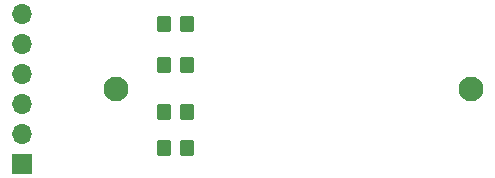
<source format=gbr>
%TF.GenerationSoftware,KiCad,Pcbnew,7.0.7*%
%TF.CreationDate,2023-09-05T11:40:51+02:00*%
%TF.ProjectId,tle5010-11_pcb,746c6535-3031-4302-9d31-315f7063622e,rev?*%
%TF.SameCoordinates,Original*%
%TF.FileFunction,Soldermask,Bot*%
%TF.FilePolarity,Negative*%
%FSLAX46Y46*%
G04 Gerber Fmt 4.6, Leading zero omitted, Abs format (unit mm)*
G04 Created by KiCad (PCBNEW 7.0.7) date 2023-09-05 11:40:51*
%MOMM*%
%LPD*%
G01*
G04 APERTURE LIST*
G04 Aperture macros list*
%AMRoundRect*
0 Rectangle with rounded corners*
0 $1 Rounding radius*
0 $2 $3 $4 $5 $6 $7 $8 $9 X,Y pos of 4 corners*
0 Add a 4 corners polygon primitive as box body*
4,1,4,$2,$3,$4,$5,$6,$7,$8,$9,$2,$3,0*
0 Add four circle primitives for the rounded corners*
1,1,$1+$1,$2,$3*
1,1,$1+$1,$4,$5*
1,1,$1+$1,$6,$7*
1,1,$1+$1,$8,$9*
0 Add four rect primitives between the rounded corners*
20,1,$1+$1,$2,$3,$4,$5,0*
20,1,$1+$1,$4,$5,$6,$7,0*
20,1,$1+$1,$6,$7,$8,$9,0*
20,1,$1+$1,$8,$9,$2,$3,0*%
G04 Aperture macros list end*
%ADD10C,2.100000*%
%ADD11RoundRect,0.250000X-0.350000X-0.450000X0.350000X-0.450000X0.350000X0.450000X-0.350000X0.450000X0*%
%ADD12R,1.700000X1.700000*%
%ADD13O,1.700000X1.700000*%
G04 APERTURE END LIST*
D10*
%TO.C,REF\u002A\u002A*%
X40000000Y-30000000D03*
%TD*%
%TO.C,REF\u002A\u002A*%
X70000000Y-30000000D03*
%TD*%
D11*
%TO.C,R1*%
X44000000Y-35000000D03*
X46000000Y-35000000D03*
%TD*%
D12*
%TO.C,J1*%
X32000000Y-36350000D03*
D13*
X32000000Y-33810000D03*
X32000000Y-31270000D03*
X32000000Y-28730000D03*
X32000000Y-26190000D03*
X32000000Y-23650000D03*
%TD*%
D11*
%TO.C,R3*%
X44000000Y-28000000D03*
X46000000Y-28000000D03*
%TD*%
%TO.C,R4*%
X44000000Y-24500000D03*
X46000000Y-24500000D03*
%TD*%
%TO.C,R2*%
X44000000Y-32000000D03*
X46000000Y-32000000D03*
%TD*%
M02*

</source>
